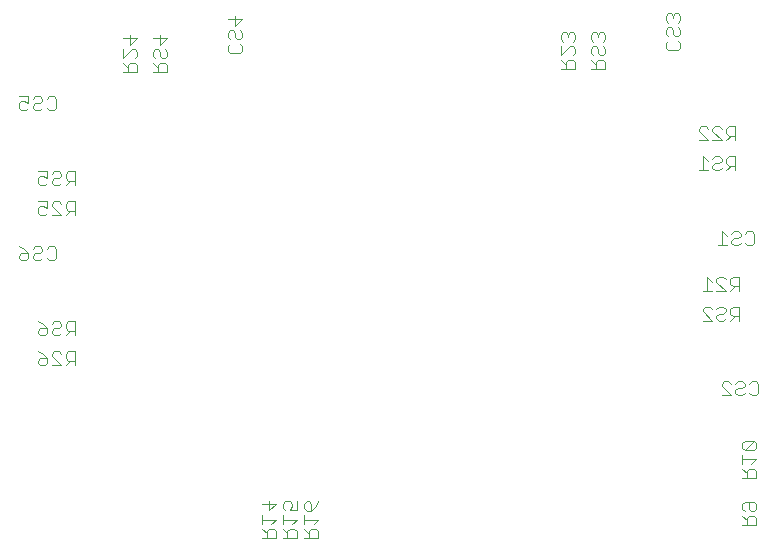
<source format=gbl>
G75*
G70*
%OFA0B0*%
%FSLAX24Y24*%
%IPPOS*%
%LPD*%
%AMOC8*
5,1,8,0,0,1.08239X$1,22.5*
%
%ADD10C,0.0040*%
D10*
X009172Y004141D02*
X009632Y004141D01*
X009632Y004371D01*
X009556Y004448D01*
X009402Y004448D01*
X009325Y004371D01*
X009325Y004141D01*
X009325Y004295D02*
X009172Y004448D01*
X009172Y004602D02*
X009172Y004909D01*
X009172Y004755D02*
X009632Y004755D01*
X009479Y004602D01*
X009861Y004602D02*
X009861Y004909D01*
X009861Y004755D02*
X010321Y004755D01*
X010168Y004602D01*
X010245Y004448D02*
X010091Y004448D01*
X010014Y004371D01*
X010014Y004141D01*
X009861Y004141D02*
X010321Y004141D01*
X010321Y004371D01*
X010245Y004448D01*
X010014Y004295D02*
X009861Y004448D01*
X009938Y005062D02*
X009861Y005139D01*
X009861Y005292D01*
X009938Y005369D01*
X010091Y005369D01*
X010168Y005292D01*
X010168Y005216D01*
X010091Y005062D01*
X010321Y005062D01*
X010321Y005369D01*
X010581Y005286D02*
X010581Y005133D01*
X010658Y005056D01*
X010812Y005056D01*
X010812Y005286D01*
X010735Y005363D01*
X010658Y005363D01*
X010581Y005286D01*
X010812Y005056D02*
X010965Y005210D01*
X011042Y005363D01*
X010581Y004903D02*
X010581Y004596D01*
X010581Y004749D02*
X011042Y004749D01*
X010888Y004596D01*
X010812Y004442D02*
X010735Y004366D01*
X010735Y004135D01*
X010581Y004135D02*
X011042Y004135D01*
X011042Y004366D01*
X010965Y004442D01*
X010812Y004442D01*
X010735Y004289D02*
X010581Y004442D01*
X009632Y005292D02*
X009402Y005062D01*
X009402Y005369D01*
X009172Y005292D02*
X009632Y005292D01*
X002930Y009900D02*
X002930Y010360D01*
X002700Y010360D01*
X002623Y010284D01*
X002623Y010130D01*
X002700Y010053D01*
X002930Y010053D01*
X002777Y010053D02*
X002623Y009900D01*
X002470Y009900D02*
X002163Y010207D01*
X002163Y010284D01*
X002240Y010360D01*
X002393Y010360D01*
X002470Y010284D01*
X002470Y009900D02*
X002163Y009900D01*
X002009Y009977D02*
X002009Y010130D01*
X001779Y010130D01*
X001702Y010053D01*
X001702Y009977D01*
X001779Y009900D01*
X001933Y009900D01*
X002009Y009977D01*
X002009Y010130D02*
X001856Y010284D01*
X001702Y010360D01*
X001779Y010900D02*
X001702Y010977D01*
X001702Y011053D01*
X001779Y011130D01*
X002009Y011130D01*
X002009Y010977D01*
X001933Y010900D01*
X001779Y010900D01*
X002009Y011130D02*
X001856Y011284D01*
X001702Y011360D01*
X002163Y011284D02*
X002240Y011360D01*
X002393Y011360D01*
X002470Y011284D01*
X002470Y011207D01*
X002393Y011130D01*
X002240Y011130D01*
X002163Y011053D01*
X002163Y010977D01*
X002240Y010900D01*
X002393Y010900D01*
X002470Y010977D01*
X002623Y010900D02*
X002777Y011053D01*
X002700Y011053D02*
X002930Y011053D01*
X002930Y010900D02*
X002930Y011360D01*
X002700Y011360D01*
X002623Y011284D01*
X002623Y011130D01*
X002700Y011053D01*
X002222Y013400D02*
X002069Y013400D01*
X001992Y013477D01*
X001839Y013477D02*
X001762Y013400D01*
X001608Y013400D01*
X001532Y013477D01*
X001532Y013553D01*
X001608Y013630D01*
X001762Y013630D01*
X001839Y013707D01*
X001839Y013784D01*
X001762Y013860D01*
X001608Y013860D01*
X001532Y013784D01*
X001378Y013630D02*
X001148Y013630D01*
X001071Y013553D01*
X001071Y013477D01*
X001148Y013400D01*
X001301Y013400D01*
X001378Y013477D01*
X001378Y013630D01*
X001225Y013784D01*
X001071Y013860D01*
X001992Y013784D02*
X002069Y013860D01*
X002222Y013860D01*
X002299Y013784D01*
X002299Y013477D01*
X002222Y013400D01*
X002163Y014900D02*
X002470Y014900D01*
X002163Y015207D01*
X002163Y015284D01*
X002240Y015360D01*
X002393Y015360D01*
X002470Y015284D01*
X002623Y015284D02*
X002623Y015130D01*
X002700Y015053D01*
X002930Y015053D01*
X002930Y014900D02*
X002930Y015360D01*
X002700Y015360D01*
X002623Y015284D01*
X002777Y015053D02*
X002623Y014900D01*
X002009Y014977D02*
X001933Y014900D01*
X001779Y014900D01*
X001702Y014977D01*
X001702Y015130D01*
X001779Y015207D01*
X001856Y015207D01*
X002009Y015130D01*
X002009Y015360D01*
X001702Y015360D01*
X001779Y015900D02*
X001933Y015900D01*
X002009Y015977D01*
X002009Y016130D02*
X001856Y016207D01*
X001779Y016207D01*
X001702Y016130D01*
X001702Y015977D01*
X001779Y015900D01*
X002009Y016130D02*
X002009Y016360D01*
X001702Y016360D01*
X002163Y016284D02*
X002240Y016360D01*
X002393Y016360D01*
X002470Y016284D01*
X002470Y016207D01*
X002393Y016130D01*
X002240Y016130D01*
X002163Y016053D01*
X002163Y015977D01*
X002240Y015900D01*
X002393Y015900D01*
X002470Y015977D01*
X002623Y015900D02*
X002777Y016053D01*
X002700Y016053D02*
X002930Y016053D01*
X002930Y015900D02*
X002930Y016360D01*
X002700Y016360D01*
X002623Y016284D01*
X002623Y016130D01*
X002700Y016053D01*
X002222Y018400D02*
X002069Y018400D01*
X001992Y018477D01*
X001839Y018477D02*
X001762Y018400D01*
X001608Y018400D01*
X001532Y018477D01*
X001532Y018553D01*
X001608Y018630D01*
X001762Y018630D01*
X001839Y018707D01*
X001839Y018784D01*
X001762Y018860D01*
X001608Y018860D01*
X001532Y018784D01*
X001378Y018860D02*
X001378Y018630D01*
X001225Y018707D01*
X001148Y018707D01*
X001071Y018630D01*
X001071Y018477D01*
X001148Y018400D01*
X001301Y018400D01*
X001378Y018477D01*
X001378Y018860D02*
X001071Y018860D01*
X001992Y018784D02*
X002069Y018860D01*
X002222Y018860D01*
X002299Y018784D01*
X002299Y018477D01*
X002222Y018400D01*
X004539Y019669D02*
X004999Y019669D01*
X004999Y019899D01*
X004923Y019976D01*
X004769Y019976D01*
X004692Y019899D01*
X004692Y019669D01*
X004692Y019822D02*
X004539Y019976D01*
X004539Y020129D02*
X004846Y020436D01*
X004923Y020436D01*
X004999Y020359D01*
X004999Y020206D01*
X004923Y020129D01*
X004539Y020129D02*
X004539Y020436D01*
X004769Y020590D02*
X004769Y020897D01*
X004539Y020820D02*
X004999Y020820D01*
X004769Y020590D01*
X005539Y020820D02*
X005999Y020820D01*
X005769Y020590D01*
X005769Y020897D01*
X005692Y020436D02*
X005616Y020436D01*
X005539Y020359D01*
X005539Y020206D01*
X005616Y020129D01*
X005769Y020206D02*
X005846Y020129D01*
X005923Y020129D01*
X005999Y020206D01*
X005999Y020359D01*
X005923Y020436D01*
X005769Y020359D02*
X005692Y020436D01*
X005769Y020359D02*
X005769Y020206D01*
X005769Y019976D02*
X005692Y019899D01*
X005692Y019669D01*
X005539Y019669D02*
X005999Y019669D01*
X005999Y019899D01*
X005923Y019976D01*
X005769Y019976D01*
X005692Y019822D02*
X005539Y019976D01*
X008039Y020377D02*
X008039Y020530D01*
X008116Y020607D01*
X008116Y020760D02*
X008039Y020837D01*
X008039Y020991D01*
X008116Y021067D01*
X008192Y021067D01*
X008269Y020991D01*
X008269Y020837D01*
X008346Y020760D01*
X008423Y020760D01*
X008499Y020837D01*
X008499Y020991D01*
X008423Y021067D01*
X008269Y021221D02*
X008269Y021528D01*
X008039Y021451D02*
X008499Y021451D01*
X008269Y021221D01*
X008423Y020607D02*
X008499Y020530D01*
X008499Y020377D01*
X008423Y020300D01*
X008116Y020300D01*
X008039Y020377D01*
X019139Y020229D02*
X019446Y020536D01*
X019523Y020536D01*
X019599Y020459D01*
X019599Y020306D01*
X019523Y020229D01*
X019523Y020076D02*
X019369Y020076D01*
X019292Y019999D01*
X019292Y019769D01*
X019139Y019769D02*
X019599Y019769D01*
X019599Y019999D01*
X019523Y020076D01*
X019292Y019922D02*
X019139Y020076D01*
X019139Y020229D02*
X019139Y020536D01*
X019216Y020690D02*
X019139Y020766D01*
X019139Y020920D01*
X019216Y020997D01*
X019292Y020997D01*
X019369Y020920D01*
X019369Y020843D01*
X019369Y020920D02*
X019446Y020997D01*
X019523Y020997D01*
X019599Y020920D01*
X019599Y020766D01*
X019523Y020690D01*
X020139Y020766D02*
X020216Y020690D01*
X020139Y020766D02*
X020139Y020920D01*
X020216Y020997D01*
X020292Y020997D01*
X020369Y020920D01*
X020369Y020843D01*
X020369Y020920D02*
X020446Y020997D01*
X020523Y020997D01*
X020599Y020920D01*
X020599Y020766D01*
X020523Y020690D01*
X020523Y020536D02*
X020599Y020459D01*
X020599Y020306D01*
X020523Y020229D01*
X020446Y020229D01*
X020369Y020306D01*
X020369Y020459D01*
X020292Y020536D01*
X020216Y020536D01*
X020139Y020459D01*
X020139Y020306D01*
X020216Y020229D01*
X020139Y020076D02*
X020292Y019922D01*
X020292Y019999D02*
X020292Y019769D01*
X020139Y019769D02*
X020599Y019769D01*
X020599Y019999D01*
X020523Y020076D01*
X020369Y020076D01*
X020292Y019999D01*
X022639Y020477D02*
X022639Y020630D01*
X022716Y020707D01*
X022716Y020860D02*
X022639Y020937D01*
X022639Y021091D01*
X022716Y021167D01*
X022792Y021167D01*
X022869Y021091D01*
X022869Y020937D01*
X022946Y020860D01*
X023023Y020860D01*
X023099Y020937D01*
X023099Y021091D01*
X023023Y021167D01*
X023023Y021321D02*
X023099Y021398D01*
X023099Y021551D01*
X023023Y021628D01*
X022946Y021628D01*
X022869Y021551D01*
X022792Y021628D01*
X022716Y021628D01*
X022639Y021551D01*
X022639Y021398D01*
X022716Y021321D01*
X022869Y021474D02*
X022869Y021551D01*
X023023Y020707D02*
X023099Y020630D01*
X023099Y020477D01*
X023023Y020400D01*
X022716Y020400D01*
X022639Y020477D01*
X023798Y017860D02*
X023721Y017784D01*
X023721Y017707D01*
X024028Y017400D01*
X023721Y017400D01*
X024182Y017400D02*
X024489Y017400D01*
X024182Y017707D01*
X024182Y017784D01*
X024258Y017860D01*
X024412Y017860D01*
X024489Y017784D01*
X024642Y017784D02*
X024642Y017630D01*
X024719Y017553D01*
X024949Y017553D01*
X024949Y017400D02*
X024949Y017860D01*
X024719Y017860D01*
X024642Y017784D01*
X024795Y017553D02*
X024642Y017400D01*
X024719Y016860D02*
X024642Y016784D01*
X024642Y016630D01*
X024719Y016553D01*
X024949Y016553D01*
X024949Y016400D02*
X024949Y016860D01*
X024719Y016860D01*
X024489Y016784D02*
X024489Y016707D01*
X024412Y016630D01*
X024258Y016630D01*
X024182Y016553D01*
X024182Y016477D01*
X024258Y016400D01*
X024412Y016400D01*
X024489Y016477D01*
X024642Y016400D02*
X024795Y016553D01*
X024489Y016784D02*
X024412Y016860D01*
X024258Y016860D01*
X024182Y016784D01*
X024028Y016707D02*
X023875Y016860D01*
X023875Y016400D01*
X024028Y016400D02*
X023721Y016400D01*
X024028Y017784D02*
X023951Y017860D01*
X023798Y017860D01*
X024506Y014360D02*
X024506Y013900D01*
X024659Y013900D02*
X024352Y013900D01*
X024659Y014207D02*
X024506Y014360D01*
X024813Y014284D02*
X024890Y014360D01*
X025043Y014360D01*
X025120Y014284D01*
X025120Y014207D01*
X025043Y014130D01*
X024890Y014130D01*
X024813Y014053D01*
X024813Y013977D01*
X024890Y013900D01*
X025043Y013900D01*
X025120Y013977D01*
X025273Y013977D02*
X025350Y013900D01*
X025503Y013900D01*
X025580Y013977D01*
X025580Y014284D01*
X025503Y014360D01*
X025350Y014360D01*
X025273Y014284D01*
X025083Y012836D02*
X024853Y012836D01*
X024776Y012760D01*
X024776Y012606D01*
X024853Y012529D01*
X025083Y012529D01*
X025083Y012376D02*
X025083Y012836D01*
X024930Y012529D02*
X024776Y012376D01*
X024623Y012376D02*
X024316Y012683D01*
X024316Y012760D01*
X024393Y012836D01*
X024546Y012836D01*
X024623Y012760D01*
X024623Y012376D02*
X024316Y012376D01*
X024162Y012376D02*
X023855Y012376D01*
X024009Y012376D02*
X024009Y012836D01*
X024162Y012683D01*
X024086Y011852D02*
X023932Y011852D01*
X023855Y011775D01*
X023855Y011699D01*
X024162Y011392D01*
X023855Y011392D01*
X024162Y011775D02*
X024086Y011852D01*
X024316Y011775D02*
X024393Y011852D01*
X024546Y011852D01*
X024623Y011775D01*
X024623Y011699D01*
X024546Y011622D01*
X024393Y011622D01*
X024316Y011545D01*
X024316Y011468D01*
X024393Y011392D01*
X024546Y011392D01*
X024623Y011468D01*
X024776Y011392D02*
X024930Y011545D01*
X024853Y011545D02*
X025083Y011545D01*
X025083Y011392D02*
X025083Y011852D01*
X024853Y011852D01*
X024776Y011775D01*
X024776Y011622D01*
X024853Y011545D01*
X024717Y009368D02*
X024794Y009291D01*
X024717Y009368D02*
X024563Y009368D01*
X024487Y009291D01*
X024487Y009214D01*
X024794Y008907D01*
X024487Y008907D01*
X024947Y008984D02*
X025024Y008907D01*
X025177Y008907D01*
X025254Y008984D01*
X025407Y008984D02*
X025484Y008907D01*
X025638Y008907D01*
X025714Y008984D01*
X025714Y009291D01*
X025638Y009368D01*
X025484Y009368D01*
X025407Y009291D01*
X025254Y009291D02*
X025177Y009368D01*
X025024Y009368D01*
X024947Y009291D01*
X025024Y009138D02*
X024947Y009061D01*
X024947Y008984D01*
X025024Y009138D02*
X025177Y009138D01*
X025254Y009214D01*
X025254Y009291D01*
X025253Y007379D02*
X025176Y007302D01*
X025176Y007148D01*
X025253Y007072D01*
X025560Y007379D01*
X025253Y007379D01*
X025560Y007379D02*
X025637Y007302D01*
X025637Y007148D01*
X025560Y007072D01*
X025253Y007072D01*
X025176Y006918D02*
X025176Y006611D01*
X025176Y006458D02*
X025330Y006304D01*
X025330Y006381D02*
X025330Y006151D01*
X025176Y006151D02*
X025637Y006151D01*
X025637Y006381D01*
X025560Y006458D01*
X025407Y006458D01*
X025330Y006381D01*
X025483Y006611D02*
X025637Y006765D01*
X025176Y006765D01*
X025253Y005343D02*
X025560Y005343D01*
X025637Y005267D01*
X025637Y005113D01*
X025560Y005036D01*
X025483Y005036D01*
X025407Y005113D01*
X025407Y005343D01*
X025253Y005343D02*
X025176Y005267D01*
X025176Y005113D01*
X025253Y005036D01*
X025176Y004883D02*
X025330Y004729D01*
X025330Y004806D02*
X025330Y004576D01*
X025176Y004576D02*
X025637Y004576D01*
X025637Y004806D01*
X025560Y004883D01*
X025407Y004883D01*
X025330Y004806D01*
M02*

</source>
